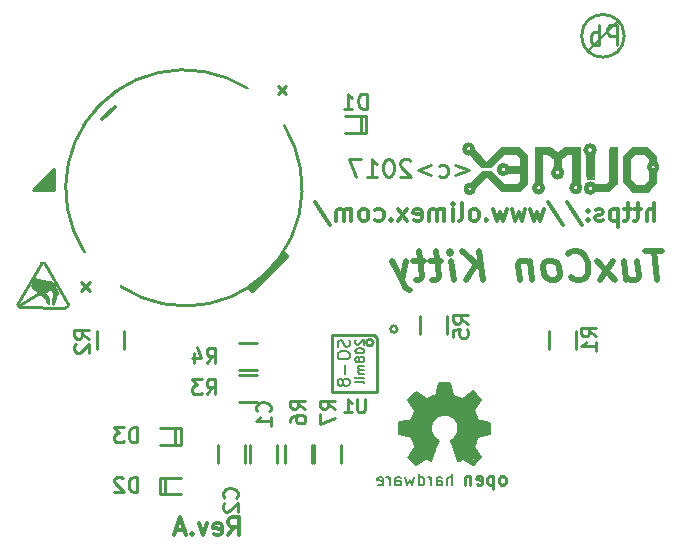
<source format=gbr>
G04 #@! TF.GenerationSoftware,KiCad,Pcbnew,no-vcs-found-4b010ca~60~ubuntu16.04.1*
G04 #@! TF.CreationDate,2017-10-03T11:45:03+03:00*
G04 #@! TF.ProjectId,TuxCon_Kitty_Rev_A,547578436F6E5F4B697474795F526576,rev?*
G04 #@! TF.SameCoordinates,Original*
G04 #@! TF.FileFunction,Legend,Bot*
G04 #@! TF.FilePolarity,Positive*
%FSLAX46Y46*%
G04 Gerber Fmt 4.6, Leading zero omitted, Abs format (unit mm)*
G04 Created by KiCad (PCBNEW no-vcs-found-4b010ca~60~ubuntu16.04.1) date Tue Oct  3 11:45:03 2017*
%MOMM*%
%LPD*%
G01*
G04 APERTURE LIST*
%ADD10C,0.300000*%
%ADD11C,0.500000*%
%ADD12C,0.275000*%
%ADD13C,0.254000*%
%ADD14C,0.200000*%
%ADD15C,0.420000*%
%ADD16C,0.370000*%
%ADD17C,0.400000*%
%ADD18C,0.380000*%
%ADD19C,0.150000*%
%ADD20C,1.000000*%
%ADD21C,0.050000*%
%ADD22C,0.700000*%
%ADD23C,0.100000*%
%ADD24C,0.180000*%
%ADD25C,0.203200*%
%ADD26C,0.190500*%
G04 APERTURE END LIST*
D10*
X116812000Y-82403071D02*
X117312000Y-81688785D01*
X117669142Y-82403071D02*
X117669142Y-80903071D01*
X117097714Y-80903071D01*
X116954857Y-80974500D01*
X116883428Y-81045928D01*
X116812000Y-81188785D01*
X116812000Y-81403071D01*
X116883428Y-81545928D01*
X116954857Y-81617357D01*
X117097714Y-81688785D01*
X117669142Y-81688785D01*
X115597714Y-82331642D02*
X115740571Y-82403071D01*
X116026285Y-82403071D01*
X116169142Y-82331642D01*
X116240571Y-82188785D01*
X116240571Y-81617357D01*
X116169142Y-81474500D01*
X116026285Y-81403071D01*
X115740571Y-81403071D01*
X115597714Y-81474500D01*
X115526285Y-81617357D01*
X115526285Y-81760214D01*
X116240571Y-81903071D01*
X115026285Y-81403071D02*
X114669142Y-82403071D01*
X114312000Y-81403071D01*
X113740571Y-82260214D02*
X113669142Y-82331642D01*
X113740571Y-82403071D01*
X113812000Y-82331642D01*
X113740571Y-82260214D01*
X113740571Y-82403071D01*
X113097714Y-81974500D02*
X112383428Y-81974500D01*
X113240571Y-82403071D02*
X112740571Y-80903071D01*
X112240571Y-82403071D01*
D11*
X153530113Y-58320952D02*
X152101541Y-58320952D01*
X153128327Y-60820952D02*
X152815827Y-58320952D01*
X150300946Y-59154285D02*
X150509279Y-60820952D01*
X151372375Y-59154285D02*
X151536065Y-60463809D01*
X151446779Y-60701904D01*
X151223565Y-60820952D01*
X150866422Y-60820952D01*
X150613446Y-60701904D01*
X150479517Y-60582857D01*
X149556898Y-60820952D02*
X148039041Y-59154285D01*
X149348565Y-59154285D02*
X148247375Y-60820952D01*
X145836660Y-60582857D02*
X145970589Y-60701904D01*
X146342613Y-60820952D01*
X146580708Y-60820952D01*
X146922970Y-60701904D01*
X147131303Y-60463809D01*
X147220589Y-60225714D01*
X147280113Y-59749523D01*
X147235470Y-59392380D01*
X147056898Y-58916190D01*
X146908089Y-58678095D01*
X146640232Y-58440000D01*
X146268208Y-58320952D01*
X146030113Y-58320952D01*
X145687851Y-58440000D01*
X145583684Y-58559047D01*
X144437851Y-60820952D02*
X144661065Y-60701904D01*
X144765232Y-60582857D01*
X144854517Y-60344761D01*
X144765232Y-59630476D01*
X144616422Y-59392380D01*
X144482494Y-59273333D01*
X144229517Y-59154285D01*
X143872375Y-59154285D01*
X143649160Y-59273333D01*
X143544994Y-59392380D01*
X143455708Y-59630476D01*
X143544994Y-60344761D01*
X143693803Y-60582857D01*
X143827732Y-60701904D01*
X144080708Y-60820952D01*
X144437851Y-60820952D01*
X142324755Y-59154285D02*
X142533089Y-60820952D01*
X142354517Y-59392380D02*
X142220589Y-59273333D01*
X141967613Y-59154285D01*
X141610470Y-59154285D01*
X141387255Y-59273333D01*
X141297970Y-59511428D01*
X141461660Y-60820952D01*
X138366422Y-60820952D02*
X138053922Y-58320952D01*
X136937851Y-60820952D02*
X137830708Y-59392380D01*
X136625351Y-58320952D02*
X138232494Y-59749523D01*
X135866422Y-60820952D02*
X135658089Y-59154285D01*
X135553922Y-58320952D02*
X135687851Y-58440000D01*
X135583684Y-58559047D01*
X135449755Y-58440000D01*
X135553922Y-58320952D01*
X135583684Y-58559047D01*
X134824755Y-59154285D02*
X133872375Y-59154285D01*
X134363446Y-58320952D02*
X134631303Y-60463809D01*
X134542017Y-60701904D01*
X134318803Y-60820952D01*
X134080708Y-60820952D01*
X133396184Y-59154285D02*
X132443803Y-59154285D01*
X132934875Y-58320952D02*
X133202732Y-60463809D01*
X133113446Y-60701904D01*
X132890232Y-60820952D01*
X132652136Y-60820952D01*
X131848565Y-59154285D02*
X131461660Y-60820952D01*
X130658089Y-59154285D02*
X131461660Y-60820952D01*
X131774160Y-61416190D01*
X131908089Y-61535238D01*
X132161065Y-61654285D01*
D12*
X136000642Y-51050071D02*
X137143500Y-51478642D01*
X136000642Y-51907214D01*
X134643500Y-51978642D02*
X134786357Y-52050071D01*
X135072071Y-52050071D01*
X135214928Y-51978642D01*
X135286357Y-51907214D01*
X135357785Y-51764357D01*
X135357785Y-51335785D01*
X135286357Y-51192928D01*
X135214928Y-51121500D01*
X135072071Y-51050071D01*
X134786357Y-51050071D01*
X134643500Y-51121500D01*
X134000642Y-51050071D02*
X132857785Y-51478642D01*
X134000642Y-51907214D01*
X132214928Y-50692928D02*
X132143500Y-50621500D01*
X132000642Y-50550071D01*
X131643500Y-50550071D01*
X131500642Y-50621500D01*
X131429214Y-50692928D01*
X131357785Y-50835785D01*
X131357785Y-50978642D01*
X131429214Y-51192928D01*
X132286357Y-52050071D01*
X131357785Y-52050071D01*
X130429214Y-50550071D02*
X130286357Y-50550071D01*
X130143500Y-50621500D01*
X130072071Y-50692928D01*
X130000642Y-50835785D01*
X129929214Y-51121500D01*
X129929214Y-51478642D01*
X130000642Y-51764357D01*
X130072071Y-51907214D01*
X130143500Y-51978642D01*
X130286357Y-52050071D01*
X130429214Y-52050071D01*
X130572071Y-51978642D01*
X130643500Y-51907214D01*
X130714928Y-51764357D01*
X130786357Y-51478642D01*
X130786357Y-51121500D01*
X130714928Y-50835785D01*
X130643500Y-50692928D01*
X130572071Y-50621500D01*
X130429214Y-50550071D01*
X128500642Y-52050071D02*
X129357785Y-52050071D01*
X128929214Y-52050071D02*
X128929214Y-50550071D01*
X129072071Y-50764357D01*
X129214928Y-50907214D01*
X129357785Y-50978642D01*
X128000642Y-50550071D02*
X127000642Y-50550071D01*
X127643500Y-52050071D01*
D10*
X152870500Y-55796571D02*
X152870500Y-54296571D01*
X152227642Y-55796571D02*
X152227642Y-55010857D01*
X152299071Y-54868000D01*
X152441928Y-54796571D01*
X152656214Y-54796571D01*
X152799071Y-54868000D01*
X152870500Y-54939428D01*
X151727642Y-54796571D02*
X151156214Y-54796571D01*
X151513357Y-54296571D02*
X151513357Y-55582285D01*
X151441928Y-55725142D01*
X151299071Y-55796571D01*
X151156214Y-55796571D01*
X150870500Y-54796571D02*
X150299071Y-54796571D01*
X150656214Y-54296571D02*
X150656214Y-55582285D01*
X150584785Y-55725142D01*
X150441928Y-55796571D01*
X150299071Y-55796571D01*
X149799071Y-54796571D02*
X149799071Y-56296571D01*
X149799071Y-54868000D02*
X149656214Y-54796571D01*
X149370500Y-54796571D01*
X149227642Y-54868000D01*
X149156214Y-54939428D01*
X149084785Y-55082285D01*
X149084785Y-55510857D01*
X149156214Y-55653714D01*
X149227642Y-55725142D01*
X149370500Y-55796571D01*
X149656214Y-55796571D01*
X149799071Y-55725142D01*
X148513357Y-55725142D02*
X148370500Y-55796571D01*
X148084785Y-55796571D01*
X147941928Y-55725142D01*
X147870500Y-55582285D01*
X147870500Y-55510857D01*
X147941928Y-55368000D01*
X148084785Y-55296571D01*
X148299071Y-55296571D01*
X148441928Y-55225142D01*
X148513357Y-55082285D01*
X148513357Y-55010857D01*
X148441928Y-54868000D01*
X148299071Y-54796571D01*
X148084785Y-54796571D01*
X147941928Y-54868000D01*
X147227642Y-55653714D02*
X147156214Y-55725142D01*
X147227642Y-55796571D01*
X147299071Y-55725142D01*
X147227642Y-55653714D01*
X147227642Y-55796571D01*
X147227642Y-54868000D02*
X147156214Y-54939428D01*
X147227642Y-55010857D01*
X147299071Y-54939428D01*
X147227642Y-54868000D01*
X147227642Y-55010857D01*
X145441928Y-54225142D02*
X146727642Y-56153714D01*
X143870500Y-54225142D02*
X145156214Y-56153714D01*
X143513357Y-54796571D02*
X143227642Y-55796571D01*
X142941928Y-55082285D01*
X142656214Y-55796571D01*
X142370500Y-54796571D01*
X141941928Y-54796571D02*
X141656214Y-55796571D01*
X141370500Y-55082285D01*
X141084785Y-55796571D01*
X140799071Y-54796571D01*
X140370500Y-54796571D02*
X140084785Y-55796571D01*
X139799071Y-55082285D01*
X139513357Y-55796571D01*
X139227642Y-54796571D01*
X138656214Y-55653714D02*
X138584785Y-55725142D01*
X138656214Y-55796571D01*
X138727642Y-55725142D01*
X138656214Y-55653714D01*
X138656214Y-55796571D01*
X137727642Y-55796571D02*
X137870500Y-55725142D01*
X137941928Y-55653714D01*
X138013357Y-55510857D01*
X138013357Y-55082285D01*
X137941928Y-54939428D01*
X137870500Y-54868000D01*
X137727642Y-54796571D01*
X137513357Y-54796571D01*
X137370500Y-54868000D01*
X137299071Y-54939428D01*
X137227642Y-55082285D01*
X137227642Y-55510857D01*
X137299071Y-55653714D01*
X137370500Y-55725142D01*
X137513357Y-55796571D01*
X137727642Y-55796571D01*
X136370500Y-55796571D02*
X136513357Y-55725142D01*
X136584785Y-55582285D01*
X136584785Y-54296571D01*
X135799071Y-55796571D02*
X135799071Y-54796571D01*
X135799071Y-54296571D02*
X135870500Y-54368000D01*
X135799071Y-54439428D01*
X135727642Y-54368000D01*
X135799071Y-54296571D01*
X135799071Y-54439428D01*
X135084785Y-55796571D02*
X135084785Y-54796571D01*
X135084785Y-54939428D02*
X135013357Y-54868000D01*
X134870500Y-54796571D01*
X134656214Y-54796571D01*
X134513357Y-54868000D01*
X134441928Y-55010857D01*
X134441928Y-55796571D01*
X134441928Y-55010857D02*
X134370500Y-54868000D01*
X134227642Y-54796571D01*
X134013357Y-54796571D01*
X133870500Y-54868000D01*
X133799071Y-55010857D01*
X133799071Y-55796571D01*
X132513357Y-55725142D02*
X132656214Y-55796571D01*
X132941928Y-55796571D01*
X133084785Y-55725142D01*
X133156214Y-55582285D01*
X133156214Y-55010857D01*
X133084785Y-54868000D01*
X132941928Y-54796571D01*
X132656214Y-54796571D01*
X132513357Y-54868000D01*
X132441928Y-55010857D01*
X132441928Y-55153714D01*
X133156214Y-55296571D01*
X131941928Y-55796571D02*
X131156214Y-54796571D01*
X131941928Y-54796571D02*
X131156214Y-55796571D01*
X130584785Y-55653714D02*
X130513357Y-55725142D01*
X130584785Y-55796571D01*
X130656214Y-55725142D01*
X130584785Y-55653714D01*
X130584785Y-55796571D01*
X129227642Y-55725142D02*
X129370500Y-55796571D01*
X129656214Y-55796571D01*
X129799071Y-55725142D01*
X129870500Y-55653714D01*
X129941928Y-55510857D01*
X129941928Y-55082285D01*
X129870500Y-54939428D01*
X129799071Y-54868000D01*
X129656214Y-54796571D01*
X129370500Y-54796571D01*
X129227642Y-54868000D01*
X128370500Y-55796571D02*
X128513357Y-55725142D01*
X128584785Y-55653714D01*
X128656214Y-55510857D01*
X128656214Y-55082285D01*
X128584785Y-54939428D01*
X128513357Y-54868000D01*
X128370500Y-54796571D01*
X128156214Y-54796571D01*
X128013357Y-54868000D01*
X127941928Y-54939428D01*
X127870500Y-55082285D01*
X127870500Y-55510857D01*
X127941928Y-55653714D01*
X128013357Y-55725142D01*
X128156214Y-55796571D01*
X128370500Y-55796571D01*
X127227642Y-55796571D02*
X127227642Y-54796571D01*
X127227642Y-54939428D02*
X127156214Y-54868000D01*
X127013357Y-54796571D01*
X126799071Y-54796571D01*
X126656214Y-54868000D01*
X126584785Y-55010857D01*
X126584785Y-55796571D01*
X126584785Y-55010857D02*
X126513357Y-54868000D01*
X126370500Y-54796571D01*
X126156214Y-54796571D01*
X126013357Y-54868000D01*
X125941928Y-55010857D01*
X125941928Y-55796571D01*
X124156214Y-54225142D02*
X125441928Y-56153714D01*
D13*
X150316037Y-40129460D02*
G75*
G03X150316037Y-40129460I-1802237J0D01*
G01*
D14*
X147353020Y-41292780D02*
X149786340Y-38872160D01*
D15*
X136354820Y-75930760D02*
X135803640Y-74508360D01*
D16*
X136700260Y-75745340D02*
X136382760Y-75951080D01*
D17*
X137490200Y-76293980D02*
X136710420Y-75763120D01*
D18*
X138066780Y-75755500D02*
X137502900Y-76293980D01*
D16*
X138051540Y-75755500D02*
X137518140Y-74922380D01*
X137876280Y-73995280D02*
X137518140Y-74879200D01*
X138854180Y-73753980D02*
X137904220Y-73972420D01*
D18*
X138844020Y-72976740D02*
X138849100Y-73764140D01*
D16*
X138856720Y-72964040D02*
X137838180Y-72783700D01*
X137807700Y-72748140D02*
X137459720Y-71882000D01*
X138036300Y-70980300D02*
X137480040Y-71831200D01*
D18*
X138046460Y-70957440D02*
X137546080Y-70424040D01*
D16*
X137497820Y-70398640D02*
X136669780Y-71051420D01*
X136608820Y-71041260D02*
X135763000Y-70634860D01*
X135503920Y-69601080D02*
X135709660Y-70614540D01*
X135511540Y-69588380D02*
X134726680Y-69588380D01*
X134744460Y-69608700D02*
X134531100Y-70627240D01*
X134531100Y-70627240D02*
X133629400Y-71076820D01*
X133616700Y-71071740D02*
X132712460Y-70437300D01*
X132712460Y-70439280D02*
X132158740Y-70985380D01*
X132158740Y-70987920D02*
X132775960Y-71777860D01*
X132775960Y-71777860D02*
X132435600Y-72715120D01*
X132435600Y-72715120D02*
X131353560Y-72943720D01*
X131353560Y-72943720D02*
X131353560Y-73779380D01*
X131353560Y-73779380D02*
X132367020Y-73949560D01*
X132367020Y-73949560D02*
X132773420Y-74861420D01*
X132722620Y-76309220D02*
X133558280Y-75742800D01*
X133558280Y-75742800D02*
X133896100Y-75928220D01*
X133896100Y-75928220D02*
X134470140Y-74488040D01*
X134459980Y-74485500D02*
G75*
G02X134089140Y-72621140I746760J1117600D01*
G01*
X134078980Y-72636380D02*
G75*
G02X136004300Y-72438260I1061720J-863600D01*
G01*
X136029700Y-72463660D02*
G75*
G02X135953500Y-74317860I-965200J-889000D01*
G01*
X132773420Y-74861420D02*
X132153660Y-75747880D01*
X132707380Y-76301600D02*
X132153660Y-75755500D01*
D19*
X136273540Y-76111100D02*
X135623300Y-74442320D01*
X136657080Y-75907900D02*
X136311640Y-76128880D01*
X136669780Y-75897740D02*
X137495280Y-76461620D01*
X137502900Y-76469240D02*
X138224260Y-75775820D01*
X138231880Y-75773280D02*
X137634980Y-74909680D01*
X138993880Y-73865740D02*
X137922000Y-74061320D01*
X138993880Y-72872600D02*
X138993880Y-73858120D01*
X138996420Y-72870060D02*
X137825480Y-72666860D01*
X137927080Y-72671940D02*
X137591800Y-71838820D01*
X138188700Y-70987920D02*
X137594340Y-71841360D01*
X138209020Y-70952360D02*
X137535920Y-70238620D01*
X137523220Y-70236080D02*
X136552940Y-70952360D01*
X136588500Y-70883780D02*
X135684260Y-70505320D01*
X135600440Y-69489320D02*
X135801100Y-70515480D01*
X135590280Y-69481700D02*
X134625080Y-69481700D01*
X134625080Y-69481700D02*
X134399020Y-70652640D01*
X134409180Y-70571360D02*
X133604000Y-70909180D01*
X133723380Y-70957440D02*
X132712460Y-70284340D01*
X132707380Y-70281800D02*
X132013960Y-70972680D01*
X132008880Y-70980300D02*
X132712460Y-71970900D01*
X132623560Y-71861680D02*
X132257800Y-72730360D01*
X131320540Y-73632060D02*
X132427980Y-73855580D01*
X131236720Y-72890380D02*
X131239260Y-73847960D01*
X132374640Y-74079100D02*
X131251960Y-73868280D01*
X132270500Y-74046080D02*
X132651500Y-75026520D01*
X132303520Y-75681840D02*
X132788660Y-76212700D01*
X132699760Y-76456540D02*
X132016500Y-75765660D01*
X133586220Y-75841860D02*
X132709920Y-76461620D01*
X132722620Y-76146660D02*
X133543040Y-75618340D01*
X133405880Y-75813920D02*
X133934200Y-76141580D01*
X133934200Y-76141580D02*
X134320280Y-75161140D01*
X134325360Y-74462640D02*
X133797040Y-75844400D01*
X138701780Y-73060560D02*
X138701780Y-73710800D01*
X138844020Y-73116440D02*
X137728960Y-72870060D01*
X137314940Y-71848980D02*
X137701020Y-72847200D01*
X137309860Y-71854060D02*
X137911840Y-70944740D01*
X137553700Y-70500240D02*
X136669780Y-71221600D01*
X134282180Y-74521060D02*
X134104380Y-74399140D01*
X134104380Y-74399140D02*
X133728460Y-73687940D01*
X133728460Y-73687940D02*
X133728460Y-73169780D01*
X133723380Y-73182480D02*
X133957060Y-72509380D01*
X133957060Y-72509380D02*
X134467600Y-72080120D01*
X134467600Y-72080120D02*
X135282940Y-71920100D01*
X135282940Y-71912480D02*
X136154160Y-72341740D01*
X136154160Y-72341740D02*
X136573260Y-73073260D01*
X136578340Y-73078340D02*
X136446260Y-73901300D01*
X136441180Y-73931780D02*
X136347200Y-74101960D01*
X136441180Y-73931780D02*
X136347200Y-74101960D01*
X136217660Y-74152760D02*
X135958580Y-74490580D01*
X135849360Y-74267060D02*
X135623300Y-74442320D01*
X134348220Y-74269600D02*
X134602220Y-74434700D01*
X134485380Y-74724260D02*
X134607300Y-74439780D01*
X136664700Y-71219060D02*
X135681720Y-70726300D01*
X136334500Y-74132440D02*
X136027160Y-74399140D01*
D20*
X137350500Y-75562460D02*
X136497060Y-74541380D01*
X138386820Y-73357740D02*
X136969500Y-73296780D01*
X137401300Y-71071740D02*
X136339580Y-72179180D01*
X135140700Y-70096380D02*
X135135620Y-71610220D01*
X132875020Y-71153020D02*
X133987540Y-72219820D01*
X131884420Y-73337420D02*
X133352540Y-73423780D01*
X136674860Y-75389740D02*
X136309100Y-74627740D01*
X137340340Y-74490580D02*
X136776460Y-74010520D01*
X137589260Y-73845420D02*
X136883140Y-73718420D01*
X137264140Y-72600820D02*
X136822180Y-72760840D01*
X137088880Y-72120760D02*
X136631680Y-72410320D01*
X136090660Y-71343520D02*
X135915400Y-71701660D01*
X135656320Y-71084440D02*
X135488680Y-71694040D01*
X134391400Y-71099680D02*
X134612380Y-71785480D01*
X133804660Y-71351140D02*
X134223760Y-71937880D01*
X132935980Y-72219820D02*
X133591300Y-72585580D01*
X132694680Y-72913240D02*
X133416040Y-73060560D01*
X133530340Y-74071480D02*
X132920740Y-74178160D01*
X133850380Y-74490580D02*
X133233160Y-74818240D01*
X133964680Y-74627740D02*
X132783580Y-75641200D01*
X133964680Y-74536300D02*
X133631940Y-75267820D01*
D13*
X100906580Y-59420760D02*
X98978720Y-62765940D01*
X102963980Y-63131700D02*
X99199700Y-63129160D01*
X103261160Y-62849760D02*
X101282500Y-59425840D01*
X100947220Y-59369960D02*
G75*
G02X101236780Y-59369960I144780J-144780D01*
G01*
X103263700Y-62885320D02*
G75*
G02X103042720Y-63126620I-231140J-10160D01*
G01*
X99192080Y-63129160D02*
G75*
G02X98968560Y-62834520I35560J259080D01*
G01*
D21*
X100906580Y-62097920D02*
X101028500Y-62186820D01*
X101028500Y-62186820D02*
X101084380Y-62235080D01*
X101084380Y-62235080D02*
X101168200Y-62329060D01*
X101244400Y-62445900D02*
X101490780Y-62862460D01*
X101168200Y-62329060D02*
X101244400Y-62445900D01*
X101490780Y-62862460D02*
X101569520Y-62849760D01*
X101572060Y-62849760D02*
X101605080Y-62829440D01*
X101610160Y-62824360D02*
X101627940Y-62802750D01*
X101627940Y-62801500D02*
X101645720Y-62753240D01*
X101645720Y-62753240D02*
X101655980Y-62679580D01*
X101655880Y-62679580D02*
X101658420Y-62552580D01*
X101658420Y-62552580D02*
X101643180Y-62417960D01*
X101643180Y-62417960D02*
X101610160Y-62296040D01*
X101610160Y-62290960D02*
X101566980Y-62202060D01*
X101566980Y-62202060D02*
X101513640Y-62123320D01*
X101513640Y-62123320D02*
X101267260Y-61899800D01*
X101269800Y-61902340D02*
X101765100Y-61597540D01*
X101765100Y-61597540D02*
X101843840Y-61737240D01*
X101843840Y-61737240D02*
X101927660Y-61861700D01*
X101927660Y-61861700D02*
X101930200Y-61920120D01*
X101932740Y-61920120D02*
X101917500Y-61988700D01*
X101917500Y-61988700D02*
X101930200Y-62275720D01*
X101930200Y-62275720D02*
X101899720Y-62334140D01*
X101899720Y-62334140D02*
X101869240Y-62417960D01*
X101869240Y-62417960D02*
X101846380Y-62542420D01*
X101846380Y-62542420D02*
X101838760Y-62654180D01*
X101838760Y-62654180D02*
X101854000Y-62768480D01*
X101854000Y-62768480D02*
X101884480Y-62837060D01*
X101884480Y-62837060D02*
X101925120Y-62870080D01*
X101925120Y-62870080D02*
X101965760Y-62880240D01*
X101965760Y-62880240D02*
X102006400Y-62865000D01*
X102011480Y-62862460D02*
X102039420Y-62831980D01*
X102039420Y-62831980D02*
X102326440Y-62016640D01*
X102328980Y-62019180D02*
X102341680Y-61958220D01*
X102341680Y-61955680D02*
X102341680Y-61841380D01*
X102341680Y-61838840D02*
X102326440Y-61747400D01*
X102326440Y-61744000D02*
X102257860Y-61604000D01*
X102257860Y-61607700D02*
X102125780Y-61404500D01*
X101927660Y-61084460D02*
X101833680Y-60965080D01*
X101833680Y-60965080D02*
X101790500Y-60919360D01*
X101787960Y-60916820D02*
X101754940Y-60893960D01*
X101754940Y-60893960D02*
X101683820Y-60873640D01*
X101683820Y-60873640D02*
X101020880Y-60784740D01*
X101020880Y-60784740D02*
X100749100Y-60736480D01*
X100746560Y-60739020D02*
X100632260Y-60690760D01*
X100632260Y-60690760D02*
X100459540Y-60581540D01*
X100454460Y-60581540D02*
X100050600Y-61280040D01*
X100050600Y-61280040D02*
X100182680Y-61401960D01*
X100185220Y-61404500D02*
X100284280Y-61546740D01*
X100390960Y-61655960D02*
X100601780Y-61854080D01*
X100279200Y-61544200D02*
X100393500Y-61658500D01*
D13*
X101777800Y-61061600D02*
X100634800Y-61727080D01*
X101572060Y-60995560D02*
X100548440Y-61633100D01*
X101300280Y-60926980D02*
X100411280Y-61501020D01*
X100998020Y-60891420D02*
X100299520Y-61351160D01*
X100733860Y-60848240D02*
X100197920Y-61234320D01*
X100578920Y-60782200D02*
X100352860Y-60972700D01*
X101681280Y-60993020D02*
X100703380Y-60848240D01*
X100495100Y-60731400D02*
X100314760Y-61028580D01*
X100319840Y-61353700D02*
X100497640Y-61574680D01*
X102011480Y-61437520D02*
X102212140Y-61813440D01*
X101856540Y-61488320D02*
X102143560Y-61927740D01*
X102240080Y-61892180D02*
X101968300Y-62725300D01*
X102044500Y-61849000D02*
X102062280Y-62250320D01*
X102062280Y-62257940D02*
X101970840Y-62583060D01*
X101516180Y-62486540D02*
X101536500Y-62735460D01*
X101442520Y-62242700D02*
X101516180Y-62486540D01*
X101086920Y-61917580D02*
X101442520Y-62242700D01*
X101338380Y-62344300D02*
X101031040Y-62019180D01*
X101536500Y-62735460D02*
X101338380Y-62344300D01*
X102212140Y-61036200D02*
X98999040Y-62976760D01*
X101998780Y-61318140D02*
X100893880Y-61983620D01*
D17*
X153105747Y-51244500D02*
G75*
G03X153105747Y-51244500I-337447J0D01*
G01*
D22*
X152781000Y-50469800D02*
X152273000Y-49961800D01*
X151180800Y-49885600D02*
X150545800Y-50495200D01*
X150571200Y-52451000D02*
X151130000Y-53035200D01*
X148945600Y-53047900D02*
X149402800Y-52590700D01*
X147959800Y-53047900D02*
X148945600Y-53047900D01*
D17*
X147813324Y-53022500D02*
G75*
G03X147813324Y-53022500I-366324J0D01*
G01*
D22*
X147447000Y-50330100D02*
X147447000Y-51930300D01*
D17*
X147807818Y-49796700D02*
G75*
G03X147807818Y-49796700I-373518J0D01*
G01*
X146574759Y-52997100D02*
G75*
G03X146574759Y-52997100I-359659J0D01*
G01*
D22*
X146227800Y-52489100D02*
X146227800Y-49898300D01*
X146227800Y-49898300D02*
X145389600Y-49898300D01*
X145389600Y-49898300D02*
X144780000Y-50406300D01*
X144678400Y-51193700D02*
X144678400Y-50482500D01*
X144602200Y-50406300D02*
X143967200Y-49898300D01*
D17*
X145049318Y-51727100D02*
G75*
G03X145049318Y-51727100I-370918J0D01*
G01*
D22*
X143967200Y-49898300D02*
X143078200Y-49898300D01*
D17*
X143428729Y-53009800D02*
G75*
G03X143428729Y-53009800I-363229J0D01*
G01*
X137565666Y-53098700D02*
G75*
G03X137565666Y-53098700I-329466J0D01*
G01*
D22*
X137566400Y-52743100D02*
X138404600Y-51930300D01*
D11*
X138912600Y-51828700D02*
X138379200Y-51828700D01*
D22*
X140055600Y-53047900D02*
X138912600Y-51930300D01*
X141376400Y-53047900D02*
X140055600Y-53047900D01*
X141808200Y-52616100D02*
X141376400Y-53047900D01*
X141808200Y-50380900D02*
X141808200Y-52616100D01*
X141808200Y-50355500D02*
X141325600Y-49847500D01*
X141277500Y-49872900D02*
X140055600Y-49872900D01*
X140055600Y-49872900D02*
X138963400Y-50939700D01*
D11*
X138938000Y-51054000D02*
X138379200Y-51054000D01*
D22*
X137515600Y-50063400D02*
X138379200Y-50957100D01*
D17*
X137506735Y-49707800D02*
G75*
G03X137506735Y-49707800I-359435J0D01*
G01*
D22*
X140589000Y-51447700D02*
X141808200Y-51447700D01*
D17*
X140440659Y-51447700D02*
G75*
G03X140440659Y-51447700I-359659J0D01*
G01*
D22*
X152209500Y-53060600D02*
X151168100Y-53060600D01*
X152768300Y-52501800D02*
X152768300Y-51739800D01*
X152781000Y-52489100D02*
X152196800Y-53060600D01*
X152781000Y-50520600D02*
X152781000Y-50761900D01*
X150558500Y-50482500D02*
X150558500Y-52412900D01*
X151180800Y-49872900D02*
X152184100Y-49872900D01*
X143065500Y-49885600D02*
X143065500Y-52489100D01*
X149402800Y-52603400D02*
X149402800Y-49872900D01*
D23*
X149402800Y-49530000D02*
X149682200Y-49530000D01*
X149707600Y-49530000D02*
X149707600Y-52679600D01*
X149694900Y-49530000D02*
X149707600Y-49530000D01*
X149682200Y-49530000D02*
X149694900Y-49530000D01*
X149567900Y-49618900D02*
X149631400Y-49606200D01*
X149085300Y-49530000D02*
X149085300Y-52565300D01*
X149390100Y-49530000D02*
X149085300Y-49530000D01*
X149263100Y-49606200D02*
X149148800Y-49606200D01*
X147764500Y-50215800D02*
X147764500Y-52235100D01*
X147129500Y-52235100D02*
X147129500Y-50215800D01*
X147154900Y-52235100D02*
X147129500Y-52235100D01*
X147764500Y-52235100D02*
X147154900Y-52235100D01*
X147624800Y-52171600D02*
X147688300Y-52171600D01*
X147281900Y-52171600D02*
X147193000Y-52171600D01*
X146545300Y-52578000D02*
X146545300Y-49593500D01*
X145300700Y-49580800D02*
X144716500Y-50063400D01*
X146545300Y-49580800D02*
X145300700Y-49580800D01*
X146392900Y-49644300D02*
X146469100Y-49644300D01*
X142735300Y-52603400D02*
X142735300Y-49593500D01*
X144056100Y-49580800D02*
X144678400Y-50076100D01*
X144030700Y-49580800D02*
X144056100Y-49580800D01*
X142735300Y-49580800D02*
X144030700Y-49580800D01*
X142735300Y-49593500D02*
X142735300Y-49580800D01*
X142887700Y-49657000D02*
X142786100Y-49657000D01*
X139941300Y-49542700D02*
X138684000Y-50787300D01*
X139992100Y-49542700D02*
X139941300Y-49542700D01*
X141363700Y-49542700D02*
X139992100Y-49542700D01*
D13*
X125611580Y-65483740D02*
X125611580Y-70279260D01*
X129411420Y-65747900D02*
X129144720Y-65483740D01*
X129411420Y-70279260D02*
X129411420Y-65747900D01*
X125606500Y-65468500D02*
X129162500Y-65468500D01*
X125606500Y-70294500D02*
X129416500Y-70294500D01*
X131097481Y-64960500D02*
G75*
G03X131097481Y-64960500I-283981J0D01*
G01*
X129065481Y-66103500D02*
G75*
G03X129065481Y-66103500I-283981J0D01*
G01*
X100278036Y-53202105D02*
X102074088Y-53202105D01*
X102074088Y-51406054D02*
X100278036Y-53202105D01*
X102074088Y-53202105D02*
X102074088Y-51406054D01*
X102074088Y-51765264D02*
X100637247Y-53202105D01*
X102074088Y-52124474D02*
X100996457Y-53202105D01*
X102074088Y-52483685D02*
X101355667Y-53202105D01*
X102074088Y-52842895D02*
X101714877Y-53202105D01*
D10*
X121651046Y-58913548D02*
X121381638Y-58644140D01*
X118921048Y-61643546D02*
X118651640Y-61374138D01*
X118777364Y-61751309D02*
X118507956Y-61481901D01*
X121758809Y-58769864D02*
X121489401Y-58500456D01*
D13*
X121453480Y-58536377D02*
G75*
G02X107731649Y-61374138I-8279796J5442035D01*
G01*
D17*
X121692058Y-58785420D02*
X118792920Y-61684558D01*
D13*
X104570599Y-47652307D02*
G75*
G02X118400193Y-44563099I8459401J-5370193D01*
G01*
X104624480Y-58446575D02*
G75*
G02X107605925Y-44616980I8405520J5424075D01*
G01*
X121543283Y-47742109D02*
G75*
G02X118310391Y-61535783I-8513283J-5280391D01*
G01*
X120904000Y-76263500D02*
X120904000Y-74739500D01*
X118618000Y-76263500D02*
X118618000Y-74739500D01*
X115951000Y-76263500D02*
X115951000Y-74739500D01*
X118237000Y-76263500D02*
X118237000Y-74739500D01*
X128004500Y-46925000D02*
X128004500Y-48325000D01*
X126671500Y-46925000D02*
X128471500Y-46925000D01*
X128468500Y-46925000D02*
X128468500Y-48325000D01*
X128471500Y-48325000D02*
X126671500Y-48325000D01*
X111454000Y-78932000D02*
X111454000Y-77532000D01*
X112787000Y-78932000D02*
X110987000Y-78932000D01*
X110990000Y-78932000D02*
X110990000Y-77532000D01*
X110987000Y-77532000D02*
X112787000Y-77532000D01*
X112787000Y-74741000D02*
X110987000Y-74741000D01*
X112784000Y-73341000D02*
X112784000Y-74741000D01*
X110987000Y-73341000D02*
X112787000Y-73341000D01*
X112320000Y-73341000D02*
X112320000Y-74741000D01*
X143954500Y-66611500D02*
X143954500Y-65087500D01*
X146240500Y-66611500D02*
X146240500Y-65087500D01*
X107950000Y-66675000D02*
X107950000Y-65151000D01*
X105664000Y-66675000D02*
X105664000Y-65151000D01*
X119189500Y-71120000D02*
X117665500Y-71120000D01*
X119189500Y-68834000D02*
X117665500Y-68834000D01*
X117665500Y-68389500D02*
X119189500Y-68389500D01*
X117665500Y-66103500D02*
X119189500Y-66103500D01*
X133032500Y-63817500D02*
X133032500Y-65341500D01*
X135318500Y-63817500D02*
X135318500Y-65341500D01*
X121602500Y-76327000D02*
X121602500Y-74803000D01*
X123888500Y-76327000D02*
X123888500Y-74803000D01*
X126365000Y-76327000D02*
X126365000Y-74803000D01*
X124079000Y-76327000D02*
X124079000Y-74803000D01*
X149702068Y-40918827D02*
X149702068Y-39218827D01*
X149130640Y-39218827D01*
X148987782Y-39299780D01*
X148916354Y-39380732D01*
X148844925Y-39542637D01*
X148844925Y-39785494D01*
X148916354Y-39947399D01*
X148987782Y-40028351D01*
X149130640Y-40109303D01*
X149702068Y-40109303D01*
X148202068Y-40918827D02*
X148202068Y-39218827D01*
X148202068Y-39866446D02*
X148059211Y-39785494D01*
X147773497Y-39785494D01*
X147630640Y-39866446D01*
X147559211Y-39947399D01*
X147487782Y-40109303D01*
X147487782Y-40595018D01*
X147559211Y-40756922D01*
X147630640Y-40837875D01*
X147773497Y-40918827D01*
X148059211Y-40918827D01*
X148202068Y-40837875D01*
X140074298Y-78142879D02*
X140179060Y-78090498D01*
X140231440Y-78038117D01*
X140283821Y-77933355D01*
X140283821Y-77619069D01*
X140231440Y-77514307D01*
X140179060Y-77461926D01*
X140074298Y-77409545D01*
X139917155Y-77409545D01*
X139812393Y-77461926D01*
X139760012Y-77514307D01*
X139707631Y-77619069D01*
X139707631Y-77933355D01*
X139760012Y-78038117D01*
X139812393Y-78090498D01*
X139917155Y-78142879D01*
X140074298Y-78142879D01*
X139236202Y-77409545D02*
X139236202Y-78509545D01*
X139236202Y-77461926D02*
X139131440Y-77409545D01*
X138921917Y-77409545D01*
X138817155Y-77461926D01*
X138764774Y-77514307D01*
X138712393Y-77619069D01*
X138712393Y-77933355D01*
X138764774Y-78038117D01*
X138817155Y-78090498D01*
X138921917Y-78142879D01*
X139131440Y-78142879D01*
X139236202Y-78090498D01*
X137821917Y-78090498D02*
X137926679Y-78142879D01*
X138136202Y-78142879D01*
X138240964Y-78090498D01*
X138293345Y-77985736D01*
X138293345Y-77566688D01*
X138240964Y-77461926D01*
X138136202Y-77409545D01*
X137926679Y-77409545D01*
X137821917Y-77461926D01*
X137769536Y-77566688D01*
X137769536Y-77671450D01*
X138293345Y-77776212D01*
X137298107Y-77409545D02*
X137298107Y-78142879D01*
X137298107Y-77514307D02*
X137245726Y-77461926D01*
X137140964Y-77409545D01*
X136983821Y-77409545D01*
X136879060Y-77461926D01*
X136826679Y-77566688D01*
X136826679Y-78142879D01*
D24*
X135758797Y-78189080D02*
X135758797Y-77189080D01*
X135330225Y-78189080D02*
X135330225Y-77665271D01*
X135377844Y-77570033D01*
X135473082Y-77522414D01*
X135615940Y-77522414D01*
X135711178Y-77570033D01*
X135758797Y-77617652D01*
X134425463Y-78189080D02*
X134425463Y-77665271D01*
X134473082Y-77570033D01*
X134568320Y-77522414D01*
X134758797Y-77522414D01*
X134854035Y-77570033D01*
X134425463Y-78141461D02*
X134520701Y-78189080D01*
X134758797Y-78189080D01*
X134854035Y-78141461D01*
X134901654Y-78046223D01*
X134901654Y-77950985D01*
X134854035Y-77855747D01*
X134758797Y-77808128D01*
X134520701Y-77808128D01*
X134425463Y-77760509D01*
X133949273Y-78189080D02*
X133949273Y-77522414D01*
X133949273Y-77712890D02*
X133901654Y-77617652D01*
X133854035Y-77570033D01*
X133758797Y-77522414D01*
X133663559Y-77522414D01*
X132901654Y-78189080D02*
X132901654Y-77189080D01*
X132901654Y-78141461D02*
X132996892Y-78189080D01*
X133187368Y-78189080D01*
X133282606Y-78141461D01*
X133330225Y-78093842D01*
X133377844Y-77998604D01*
X133377844Y-77712890D01*
X133330225Y-77617652D01*
X133282606Y-77570033D01*
X133187368Y-77522414D01*
X132996892Y-77522414D01*
X132901654Y-77570033D01*
X132520701Y-77522414D02*
X132330225Y-78189080D01*
X132139749Y-77712890D01*
X131949273Y-78189080D01*
X131758797Y-77522414D01*
X130949273Y-78189080D02*
X130949273Y-77665271D01*
X130996892Y-77570033D01*
X131092130Y-77522414D01*
X131282606Y-77522414D01*
X131377844Y-77570033D01*
X130949273Y-78141461D02*
X131044511Y-78189080D01*
X131282606Y-78189080D01*
X131377844Y-78141461D01*
X131425463Y-78046223D01*
X131425463Y-77950985D01*
X131377844Y-77855747D01*
X131282606Y-77808128D01*
X131044511Y-77808128D01*
X130949273Y-77760509D01*
X130473082Y-78189080D02*
X130473082Y-77522414D01*
X130473082Y-77712890D02*
X130425463Y-77617652D01*
X130377844Y-77570033D01*
X130282606Y-77522414D01*
X130187368Y-77522414D01*
X129473082Y-78141461D02*
X129568320Y-78189080D01*
X129758797Y-78189080D01*
X129854035Y-78141461D01*
X129901654Y-78046223D01*
X129901654Y-77665271D01*
X129854035Y-77570033D01*
X129758797Y-77522414D01*
X129568320Y-77522414D01*
X129473082Y-77570033D01*
X129425463Y-77665271D01*
X129425463Y-77760509D01*
X129901654Y-77855747D01*
D13*
X128341975Y-70898619D02*
X128341975Y-71789095D01*
X128289594Y-71893857D01*
X128237213Y-71946238D01*
X128132451Y-71998619D01*
X127922927Y-71998619D01*
X127818165Y-71946238D01*
X127765784Y-71893857D01*
X127713403Y-71789095D01*
X127713403Y-70898619D01*
X126613403Y-71998619D02*
X127241975Y-71998619D01*
X126927689Y-71998619D02*
X126927689Y-70898619D01*
X127032451Y-71055761D01*
X127137213Y-71160523D01*
X127241975Y-71212904D01*
D25*
X127030238Y-65882761D02*
X127078619Y-66027904D01*
X127078619Y-66269809D01*
X127030238Y-66366571D01*
X126981857Y-66414952D01*
X126885095Y-66463333D01*
X126788333Y-66463333D01*
X126691571Y-66414952D01*
X126643190Y-66366571D01*
X126594809Y-66269809D01*
X126546428Y-66076285D01*
X126498047Y-65979523D01*
X126449666Y-65931142D01*
X126352904Y-65882761D01*
X126256142Y-65882761D01*
X126159380Y-65931142D01*
X126111000Y-65979523D01*
X126062619Y-66076285D01*
X126062619Y-66318190D01*
X126111000Y-66463333D01*
X126062619Y-67092285D02*
X126062619Y-67285809D01*
X126111000Y-67382571D01*
X126207761Y-67479333D01*
X126401285Y-67527714D01*
X126739952Y-67527714D01*
X126933476Y-67479333D01*
X127030238Y-67382571D01*
X127078619Y-67285809D01*
X127078619Y-67092285D01*
X127030238Y-66995523D01*
X126933476Y-66898761D01*
X126739952Y-66850380D01*
X126401285Y-66850380D01*
X126207761Y-66898761D01*
X126111000Y-66995523D01*
X126062619Y-67092285D01*
X126691571Y-67963142D02*
X126691571Y-68737238D01*
X126498047Y-69366190D02*
X126449666Y-69269428D01*
X126401285Y-69221047D01*
X126304523Y-69172666D01*
X126256142Y-69172666D01*
X126159380Y-69221047D01*
X126111000Y-69269428D01*
X126062619Y-69366190D01*
X126062619Y-69559714D01*
X126111000Y-69656476D01*
X126159380Y-69704857D01*
X126256142Y-69753238D01*
X126304523Y-69753238D01*
X126401285Y-69704857D01*
X126449666Y-69656476D01*
X126498047Y-69559714D01*
X126498047Y-69366190D01*
X126546428Y-69269428D01*
X126594809Y-69221047D01*
X126691571Y-69172666D01*
X126885095Y-69172666D01*
X126981857Y-69221047D01*
X127030238Y-69269428D01*
X127078619Y-69366190D01*
X127078619Y-69559714D01*
X127030238Y-69656476D01*
X126981857Y-69704857D01*
X126885095Y-69753238D01*
X126691571Y-69753238D01*
X126594809Y-69704857D01*
X126546428Y-69656476D01*
X126498047Y-69559714D01*
D26*
X127611285Y-65858571D02*
X127575000Y-65894857D01*
X127538714Y-65967428D01*
X127538714Y-66148857D01*
X127575000Y-66221428D01*
X127611285Y-66257714D01*
X127683857Y-66294000D01*
X127756428Y-66294000D01*
X127865285Y-66257714D01*
X128300714Y-65822285D01*
X128300714Y-66294000D01*
X127538714Y-66765714D02*
X127538714Y-66838285D01*
X127575000Y-66910857D01*
X127611285Y-66947142D01*
X127683857Y-66983428D01*
X127829000Y-67019714D01*
X128010428Y-67019714D01*
X128155571Y-66983428D01*
X128228142Y-66947142D01*
X128264428Y-66910857D01*
X128300714Y-66838285D01*
X128300714Y-66765714D01*
X128264428Y-66693142D01*
X128228142Y-66656857D01*
X128155571Y-66620571D01*
X128010428Y-66584285D01*
X127829000Y-66584285D01*
X127683857Y-66620571D01*
X127611285Y-66656857D01*
X127575000Y-66693142D01*
X127538714Y-66765714D01*
X127865285Y-67455142D02*
X127829000Y-67382571D01*
X127792714Y-67346285D01*
X127720142Y-67310000D01*
X127683857Y-67310000D01*
X127611285Y-67346285D01*
X127575000Y-67382571D01*
X127538714Y-67455142D01*
X127538714Y-67600285D01*
X127575000Y-67672857D01*
X127611285Y-67709142D01*
X127683857Y-67745428D01*
X127720142Y-67745428D01*
X127792714Y-67709142D01*
X127829000Y-67672857D01*
X127865285Y-67600285D01*
X127865285Y-67455142D01*
X127901571Y-67382571D01*
X127937857Y-67346285D01*
X128010428Y-67310000D01*
X128155571Y-67310000D01*
X128228142Y-67346285D01*
X128264428Y-67382571D01*
X128300714Y-67455142D01*
X128300714Y-67600285D01*
X128264428Y-67672857D01*
X128228142Y-67709142D01*
X128155571Y-67745428D01*
X128010428Y-67745428D01*
X127937857Y-67709142D01*
X127901571Y-67672857D01*
X127865285Y-67600285D01*
X128300714Y-68072000D02*
X127792714Y-68072000D01*
X127865285Y-68072000D02*
X127829000Y-68108285D01*
X127792714Y-68180857D01*
X127792714Y-68289714D01*
X127829000Y-68362285D01*
X127901571Y-68398571D01*
X128300714Y-68398571D01*
X127901571Y-68398571D02*
X127829000Y-68434857D01*
X127792714Y-68507428D01*
X127792714Y-68616285D01*
X127829000Y-68688857D01*
X127901571Y-68725142D01*
X128300714Y-68725142D01*
X128300714Y-69088000D02*
X127792714Y-69088000D01*
X127538714Y-69088000D02*
X127575000Y-69051714D01*
X127611285Y-69088000D01*
X127575000Y-69124285D01*
X127538714Y-69088000D01*
X127611285Y-69088000D01*
X128300714Y-69559714D02*
X128264428Y-69487142D01*
X128191857Y-69450857D01*
X127538714Y-69450857D01*
D10*
X107203979Y-46118983D02*
X106126483Y-47196479D01*
D13*
X105052690Y-61700182D02*
X104352317Y-60999809D01*
X104352317Y-61700182D02*
X105052690Y-60999809D01*
X121666164Y-45086708D02*
X120965791Y-44386335D01*
X120965791Y-45086708D02*
X121666164Y-44386335D01*
X120278071Y-71924333D02*
X120338547Y-71863857D01*
X120399023Y-71682428D01*
X120399023Y-71561476D01*
X120338547Y-71380047D01*
X120217595Y-71259095D01*
X120096642Y-71198619D01*
X119854738Y-71138142D01*
X119673309Y-71138142D01*
X119431404Y-71198619D01*
X119310452Y-71259095D01*
X119189500Y-71380047D01*
X119129023Y-71561476D01*
X119129023Y-71682428D01*
X119189500Y-71863857D01*
X119249976Y-71924333D01*
X120399023Y-73133857D02*
X120399023Y-72408142D01*
X120399023Y-72771000D02*
X119129023Y-72771000D01*
X119310452Y-72650047D01*
X119431404Y-72529095D01*
X119491880Y-72408142D01*
X117484071Y-79226833D02*
X117544547Y-79166357D01*
X117605023Y-78984928D01*
X117605023Y-78863976D01*
X117544547Y-78682547D01*
X117423595Y-78561595D01*
X117302642Y-78501119D01*
X117060738Y-78440642D01*
X116879309Y-78440642D01*
X116637404Y-78501119D01*
X116516452Y-78561595D01*
X116395500Y-78682547D01*
X116335023Y-78863976D01*
X116335023Y-78984928D01*
X116395500Y-79166357D01*
X116455976Y-79226833D01*
X116455976Y-79710642D02*
X116395500Y-79771119D01*
X116335023Y-79892071D01*
X116335023Y-80194452D01*
X116395500Y-80315404D01*
X116455976Y-80375880D01*
X116576928Y-80436357D01*
X116697880Y-80436357D01*
X116879309Y-80375880D01*
X117605023Y-79650166D01*
X117605023Y-80436357D01*
X128508880Y-46294523D02*
X128508880Y-45024523D01*
X128206500Y-45024523D01*
X128025071Y-45085000D01*
X127904119Y-45205952D01*
X127843642Y-45326904D01*
X127783166Y-45568809D01*
X127783166Y-45750238D01*
X127843642Y-45992142D01*
X127904119Y-46113095D01*
X128025071Y-46234047D01*
X128206500Y-46294523D01*
X128508880Y-46294523D01*
X126573642Y-46294523D02*
X127299357Y-46294523D01*
X126936500Y-46294523D02*
X126936500Y-45024523D01*
X127057452Y-45205952D01*
X127178404Y-45326904D01*
X127299357Y-45387380D01*
X109077880Y-78743023D02*
X109077880Y-77473023D01*
X108775500Y-77473023D01*
X108594071Y-77533500D01*
X108473119Y-77654452D01*
X108412642Y-77775404D01*
X108352166Y-78017309D01*
X108352166Y-78198738D01*
X108412642Y-78440642D01*
X108473119Y-78561595D01*
X108594071Y-78682547D01*
X108775500Y-78743023D01*
X109077880Y-78743023D01*
X107868357Y-77593976D02*
X107807880Y-77533500D01*
X107686928Y-77473023D01*
X107384547Y-77473023D01*
X107263595Y-77533500D01*
X107203119Y-77593976D01*
X107142642Y-77714928D01*
X107142642Y-77835880D01*
X107203119Y-78017309D01*
X107928833Y-78743023D01*
X107142642Y-78743023D01*
X109077880Y-74552023D02*
X109077880Y-73282023D01*
X108775500Y-73282023D01*
X108594071Y-73342500D01*
X108473119Y-73463452D01*
X108412642Y-73584404D01*
X108352166Y-73826309D01*
X108352166Y-74007738D01*
X108412642Y-74249642D01*
X108473119Y-74370595D01*
X108594071Y-74491547D01*
X108775500Y-74552023D01*
X109077880Y-74552023D01*
X107928833Y-73282023D02*
X107142642Y-73282023D01*
X107565976Y-73765833D01*
X107384547Y-73765833D01*
X107263595Y-73826309D01*
X107203119Y-73886785D01*
X107142642Y-74007738D01*
X107142642Y-74310119D01*
X107203119Y-74431071D01*
X107263595Y-74491547D01*
X107384547Y-74552023D01*
X107747404Y-74552023D01*
X107868357Y-74491547D01*
X107928833Y-74431071D01*
X147958023Y-65574333D02*
X147353261Y-65151000D01*
X147958023Y-64848619D02*
X146688023Y-64848619D01*
X146688023Y-65332428D01*
X146748500Y-65453380D01*
X146808976Y-65513857D01*
X146929928Y-65574333D01*
X147111357Y-65574333D01*
X147232309Y-65513857D01*
X147292785Y-65453380D01*
X147353261Y-65332428D01*
X147353261Y-64848619D01*
X147958023Y-66783857D02*
X147958023Y-66058142D01*
X147958023Y-66421000D02*
X146688023Y-66421000D01*
X146869452Y-66300047D01*
X146990404Y-66179095D01*
X147050880Y-66058142D01*
X105032023Y-65764833D02*
X104427261Y-65341500D01*
X105032023Y-65039119D02*
X103762023Y-65039119D01*
X103762023Y-65522928D01*
X103822500Y-65643880D01*
X103882976Y-65704357D01*
X104003928Y-65764833D01*
X104185357Y-65764833D01*
X104306309Y-65704357D01*
X104366785Y-65643880D01*
X104427261Y-65522928D01*
X104427261Y-65039119D01*
X103882976Y-66248642D02*
X103822500Y-66309119D01*
X103762023Y-66430071D01*
X103762023Y-66732452D01*
X103822500Y-66853404D01*
X103882976Y-66913880D01*
X104003928Y-66974357D01*
X104124880Y-66974357D01*
X104306309Y-66913880D01*
X105032023Y-66188166D01*
X105032023Y-66974357D01*
X114956166Y-70488023D02*
X115379500Y-69883261D01*
X115681880Y-70488023D02*
X115681880Y-69218023D01*
X115198071Y-69218023D01*
X115077119Y-69278500D01*
X115016642Y-69338976D01*
X114956166Y-69459928D01*
X114956166Y-69641357D01*
X115016642Y-69762309D01*
X115077119Y-69822785D01*
X115198071Y-69883261D01*
X115681880Y-69883261D01*
X114532833Y-69218023D02*
X113746642Y-69218023D01*
X114169976Y-69701833D01*
X113988547Y-69701833D01*
X113867595Y-69762309D01*
X113807119Y-69822785D01*
X113746642Y-69943738D01*
X113746642Y-70246119D01*
X113807119Y-70367071D01*
X113867595Y-70427547D01*
X113988547Y-70488023D01*
X114351404Y-70488023D01*
X114472357Y-70427547D01*
X114532833Y-70367071D01*
X114956166Y-67821023D02*
X115379500Y-67216261D01*
X115681880Y-67821023D02*
X115681880Y-66551023D01*
X115198071Y-66551023D01*
X115077119Y-66611500D01*
X115016642Y-66671976D01*
X114956166Y-66792928D01*
X114956166Y-66974357D01*
X115016642Y-67095309D01*
X115077119Y-67155785D01*
X115198071Y-67216261D01*
X115681880Y-67216261D01*
X113867595Y-66974357D02*
X113867595Y-67821023D01*
X114169976Y-66490547D02*
X114472357Y-67397690D01*
X113686166Y-67397690D01*
X137099523Y-64494833D02*
X136494761Y-64071500D01*
X137099523Y-63769119D02*
X135829523Y-63769119D01*
X135829523Y-64252928D01*
X135890000Y-64373880D01*
X135950476Y-64434357D01*
X136071428Y-64494833D01*
X136252857Y-64494833D01*
X136373809Y-64434357D01*
X136434285Y-64373880D01*
X136494761Y-64252928D01*
X136494761Y-63769119D01*
X135829523Y-65643880D02*
X135829523Y-65039119D01*
X136434285Y-64978642D01*
X136373809Y-65039119D01*
X136313333Y-65160071D01*
X136313333Y-65462452D01*
X136373809Y-65583404D01*
X136434285Y-65643880D01*
X136555238Y-65704357D01*
X136857619Y-65704357D01*
X136978571Y-65643880D01*
X137039047Y-65583404D01*
X137099523Y-65462452D01*
X137099523Y-65160071D01*
X137039047Y-65039119D01*
X136978571Y-64978642D01*
X123320023Y-71733833D02*
X122715261Y-71310500D01*
X123320023Y-71008119D02*
X122050023Y-71008119D01*
X122050023Y-71491928D01*
X122110500Y-71612880D01*
X122170976Y-71673357D01*
X122291928Y-71733833D01*
X122473357Y-71733833D01*
X122594309Y-71673357D01*
X122654785Y-71612880D01*
X122715261Y-71491928D01*
X122715261Y-71008119D01*
X122050023Y-72822404D02*
X122050023Y-72580500D01*
X122110500Y-72459547D01*
X122170976Y-72399071D01*
X122352404Y-72278119D01*
X122594309Y-72217642D01*
X123078119Y-72217642D01*
X123199071Y-72278119D01*
X123259547Y-72338595D01*
X123320023Y-72459547D01*
X123320023Y-72701452D01*
X123259547Y-72822404D01*
X123199071Y-72882880D01*
X123078119Y-72943357D01*
X122775738Y-72943357D01*
X122654785Y-72882880D01*
X122594309Y-72822404D01*
X122533833Y-72701452D01*
X122533833Y-72459547D01*
X122594309Y-72338595D01*
X122654785Y-72278119D01*
X122775738Y-72217642D01*
X125860023Y-71733833D02*
X125255261Y-71310500D01*
X125860023Y-71008119D02*
X124590023Y-71008119D01*
X124590023Y-71491928D01*
X124650500Y-71612880D01*
X124710976Y-71673357D01*
X124831928Y-71733833D01*
X125013357Y-71733833D01*
X125134309Y-71673357D01*
X125194785Y-71612880D01*
X125255261Y-71491928D01*
X125255261Y-71008119D01*
X124590023Y-72157166D02*
X124590023Y-73003833D01*
X125860023Y-72459547D01*
M02*

</source>
